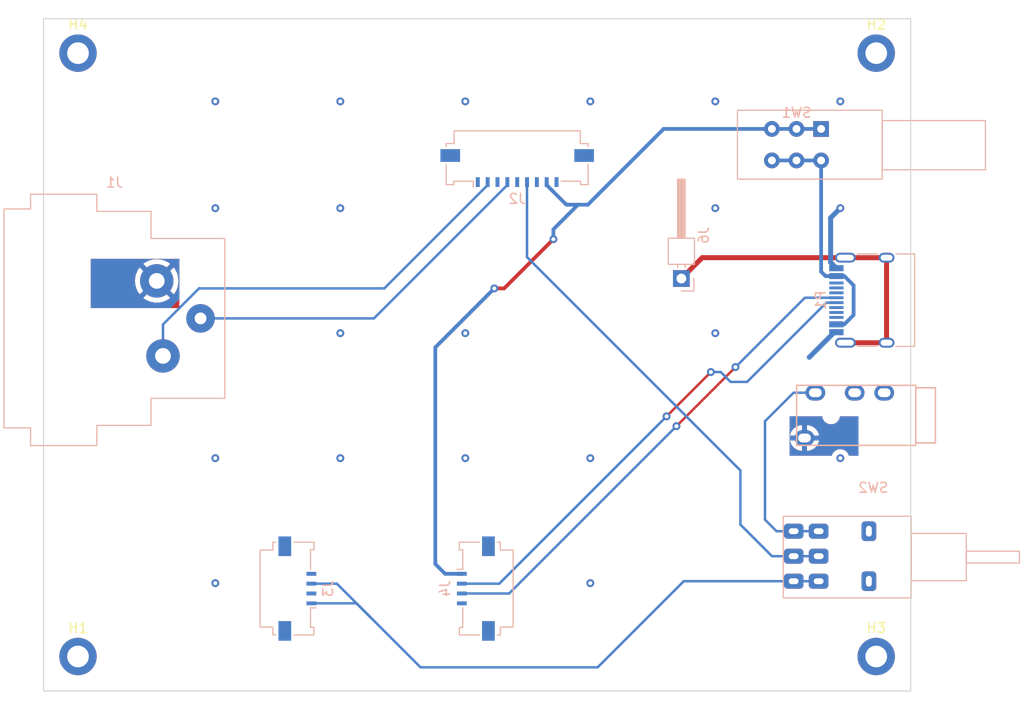
<source format=kicad_pcb>
(kicad_pcb (version 20211014) (generator pcbnew)
  (layers (0 "F.Cu" signal) (31 "B.Cu" signal) (34 "B.Paste" user) (35 "F.Paste" user) (36 "B.SilkS" user "B.Silkscreen") (37 "F.SilkS" user "F.Silkscreen") (38 "B.Mask" user) (39 "F.Mask" user) (44 "Edge.Cuts" user))
  (net 0 "")
  (net 1 "GND")
  (net 2 "Net-(J1-Pad2)")
  (net 3 "Net-(J1-Pad3)")
  (net 4 "Net-(J3-Pad1)")
  (net 5 "Net-(J2-Pad8)")
  (net 6 "Net-(J4-Pad2)")
  (net 7 "Net-(J4-Pad3)")
  (net 8 "Net-(P1-PadA4)")
  (net 11 "Net-(J2-Pad6)")
  (net 12 "Net-(J5-PadT)")
  (net 13 "Shield")
  (footprint "MountingHole:MountingHole_2.2mm_M2_DIN965_Pad_TopBottom" (layer "F.Cu") (at 106.7 115.4)
    (fp_text reference "H1" (at 0 -2.9) (layer "F.SilkS"))
    (fp_text value "MountingHole_Pad")
    (pad "1" thru_hole circle (at 0 0) (size 2.6 2.6) (drill 2.2) (layers *.Cu *.Mask) (net 13 "Shield"))
    (pad "1" connect circle (at 0 0) (size 3.8 3.8) (layers "F.Cu" "F.Mask") (net 13 "Shield"))
    (pad "1" connect circle (at 0 0) (size 3.8 3.8) (layers "B.Cu" "B.Mask") (net 13 "Shield"))
  )
  (footprint "MountingHole:MountingHole_2.2mm_M2_DIN965_Pad_TopBottom" (layer "F.Cu") (at 106.7 54.1)
    (fp_text reference "H4" (at 0 -2.9) (layer "F.SilkS"))
    (fp_text value "MountingHole_Pad")
    (pad "1" connect circle (at 0 0) (size 3.8 3.8) (layers "F.Cu" "F.Mask") (net 13 "Shield"))
    (pad "1" thru_hole circle (at 0 0) (size 2.6 2.6) (drill 2.2) (layers *.Cu *.Mask) (net 13 "Shield"))
    (pad "1" connect circle (at 0 0) (size 3.8 3.8) (layers "B.Cu" "B.Mask") (net 13 "Shield"))
  )
  (footprint "MountingHole:MountingHole_2.2mm_M2_DIN965_Pad_TopBottom" (layer "F.Cu") (at 187.8 54.1)
    (fp_text reference "H2" (at 0 -2.9) (layer "F.SilkS"))
    (fp_text value "MountingHole_Pad")
    (pad "1" connect circle (at 0 0) (size 3.8 3.8) (layers "F.Cu" "F.Mask") (net 13 "Shield"))
    (pad "1" thru_hole circle (at 0 0) (size 2.6 2.6) (drill 2.2) (layers *.Cu *.Mask) (net 13 "Shield"))
    (pad "1" connect circle (at 0 0) (size 3.8 3.8) (layers "B.Cu" "B.Mask") (net 13 "Shield"))
  )
  (footprint "MountingHole:MountingHole_2.2mm_M2_DIN965_Pad_TopBottom" (layer "F.Cu") (at 187.8 115.4)
    (fp_text reference "H3" (at 0 -2.9) (layer "F.SilkS"))
    (fp_text value "MountingHole_Pad")
    (pad "1" connect circle (at 0 0) (size 3.8 3.8) (layers "B.Cu" "B.Mask") (net 13 "Shield"))
    (pad "1" connect circle (at 0 0) (size 3.8 3.8) (layers "F.Cu" "F.Mask") (net 13 "Shield"))
    (pad "1" thru_hole circle (at 0 0) (size 2.6 2.6) (drill 2.2) (layers *.Cu *.Mask) (net 13 "Shield"))
  )
  (footprint "Connector_FFC-FPC:Molex_200528-0040_1x04-1MP_P1.00mm_Horizontal" (layer "B.Cu") (at 129.499995 108.500012 90)
    (fp_text reference "J3" (at 0 2.61 90) (layer "B.SilkS") (effects (justify mirror)))
    (fp_text value "Digital_DataIn")
    (fp_line (start -1.96 0.82) (end -3.94 0.82) (layer "B.SilkS") (width 0.12))
    (fp_line (start 4.71 -3) (end 4.71 -2.7) (layer "B.SilkS") (width 0.12))
    (fp_line (start 3.91 -3) (end 4.71 -3) (layer "B.SilkS") (width 0.12))
    (fp_line (start -4.71 1.17) (end -4.71 -0.88) (layer "B.SilkS") (width 0.12))
    (fp_line (start -4.71 -3) (end -3.91 -3) (layer "B.SilkS") (width 0.12))
    (fp_line (start -1.96 1.41) (end -1.96 0.82) (layer "B.SilkS") (width 0.12))
    (fp_line (start 3.94 1.17) (end 3.94 0.82) (layer "B.SilkS") (width 0.12))
    (fp_line (start 3.94 0.82) (end 1.96 0.82) (layer "B.SilkS") (width 0.12))
    (fp_line (start -3.91 -4.3) (end 3.91 -4.3) (layer "B.SilkS") (width 0.12))
    (fp_line (start 4.71 -0.88) (end 4.71 1.17) (layer "B.SilkS") (width 0.12))
    (fp_line (start 3.91 -4.3) (end 3.91 -3) (layer "B.SilkS") (width 0.12))
    (fp_line (start -3.94 1.17) (end -4.71 1.17) (layer "B.SilkS") (width 0.12))
    (fp_line (start -4.71 -2.7) (end -4.71 -3) (layer "B.SilkS") (width 0.12))
    (fp_line (start 4.71 1.17) (end 3.94 1.17) (layer "B.SilkS") (width 0.12))
    (fp_line (start -3.94 0.82) (end -3.94 1.17) (layer "B.SilkS") (width 0.12))
    (fp_line (start -3.91 -3) (end -3.91 -4.3) (layer "B.SilkS") (width 0.12))
    (pad "1" smd rect (at -1.5 0.91 90) (size 0.4 1) (layers "B.Cu" "B.Paste" "B.Mask") (net 4 "Net-(J3-Pad1)"))
    (pad "2" smd rect (at -0.5 0.91 90) (size 0.4 1) (layers "B.Cu" "B.Paste" "B.Mask") (net 1 "GND"))
    (pad "3" smd rect (at 0.5 0.91 90) (size 0.4 1) (layers "B.Cu" "B.Paste" "B.Mask") (net 4 "Net-(J3-Pad1)"))
    (pad "4" smd rect (at 1.5 0.91 90) (size 0.4 1) (layers "B.Cu" "B.Paste" "B.Mask"))
    (pad "MP" smd rect (at 4.3 -1.79 90) (size 2 1.3) (layers "B.Cu" "B.Paste" "B.Mask"))
    (pad "MP" smd rect (at -4.3 -1.79 90) (size 2 1.3) (layers "B.Cu" "B.Paste" "B.Mask"))
  )
  (footprint "Diomic:TRRS-PJ-320A" (layer "B.Cu") (at 191.8125 90.9 90)
    (fp_text reference "J5")
    (fp_text value "AudioJack2")
    (fp_line (start -3.05 0) (end -3.05 -12.1) (layer "B.SilkS") (width 0.15))
    (fp_line (start 2.8 0) (end 2.8 2) (layer "B.SilkS") (width 0.15))
    (fp_line (start 3.05 0) (end 3.05 -12.1) (layer "B.SilkS") (width 0.15))
    (fp_line (start -2.8 0) (end -2.8 2) (layer "B.SilkS") (width 0.15))
    (fp_line (start 3.05 -12.1) (end -3.05 -12.1) (layer "B.SilkS") (width 0.15))
    (fp_line (start 2.8 2) (end -2.8 2) (layer "B.SilkS") (width 0.15))
    (fp_line (start 3.05 0) (end -3.05 0) (layer "B.SilkS") (width 0.15))
    (pad "" np_thru_hole circle (at 0 -1.6 90) (size 0.8 0.8) (drill 0.8) (layers *.Cu *.Mask))
    (pad "" np_thru_hole circle (at 0 -8.6 90) (size 0.8 0.8) (drill 0.8) (layers *.Cu *.Mask))
    (pad "3" thru_hole oval (at 2.3 -6.2 90) (size 1.6 2) (drill oval 0.9 1.3) (layers *.Cu *.Mask))
    (pad "4" thru_hole oval (at 2.3 -3.2 90) (size 1.6 2) (drill oval 0.9 1.3) (layers *.Cu *.Mask))
    (pad "S" thru_hole oval (at -2.3 -11.3 90) (size 1.6 2) (drill oval 0.9 1.3) (layers *.Cu *.Mask) (net 13 "Shield"))
    (pad "T" thru_hole oval (at 2.3 -10.2 90) (size 1.6 2) (drill oval 0.9 1.3) (layers *.Cu *.Mask) (net 12 "Net-(J5-PadT)"))
  )
  (footprint "Connector_USB:USB_C_Receptacle_HRO_TYPE-C-31-M-12" (layer "B.Cu") (at 187.8 79.2 -90)
    (fp_text reference "P1" (at 0 5.645 90) (layer "B.SilkS") (effects (justify mirror)))
    (fp_text value "USB_C_Plug_USB2.0")
    (fp_line (start 4.7 1.9) (end 4.7 -0.1) (layer "B.SilkS") (width 0.12))
    (fp_line (start -4.7 -2) (end -4.7 -3.9) (layer "B.SilkS") (width 0.12))
    (fp_line (start -4.7 1.9) (end -4.7 -0.1) (layer "B.SilkS") (width 0.12))
    (fp_line (start -4.7 -3.9) (end 4.7 -3.9) (layer "B.SilkS") (width 0.12))
    (fp_line (start 4.7 -2) (end 4.7 -3.9) (layer "B.SilkS") (width 0.12))
    (pad "" np_thru_hole circle (at 2.89 2.6 270) (size 0.65 0.65) (drill 0.65) (layers *.Cu *.Mask))
    (pad "" np_thru_hole circle (at -2.89 2.6 270) (size 0.65 0.65) (drill 0.65) (layers *.Cu *.Mask))
    (pad "A1" smd rect (at -3.25 4.045 270) (size 0.6 1.45) (layers "B.Cu" "B.Paste" "B.Mask") (net 1 "GND"))
    (pad "A4" smd rect (at -2.45 4.045 270) (size 0.6 1.45) (layers "B.Cu" "B.Paste" "B.Mask") (net 8 "Net-(P1-PadA4)"))
    (pad "A5" smd rect (at -1.25 4.045 270) (size 0.3 1.45) (layers "B.Cu" "B.Paste" "B.Mask"))
    (pad "A6" smd rect (at -0.25 4.045 270) (size 0.3 1.45) (layers "B.Cu" "B.Paste" "B.Mask") (net 7 "Net-(J4-Pad3)"))
    (pad "A7" smd rect (at 0.25 4.045 270) (size 0.3 1.45) (layers "B.Cu" "B.Paste" "B.Mask") (net 6 "Net-(J4-Pad2)"))
    (pad "A8" smd rect (at 1.25 4.045 270) (size 0.3 1.45) (layers "B.Cu" "B.Paste" "B.Mask"))
    (pad "A9" smd rect (at 2.45 4.045 270) (size 0.6 1.45) (layers "B.Cu" "B.Paste" "B.Mask") (net 8 "Net-(P1-PadA4)"))
    (pad "A12" smd rect (at 3.25 4.045 270) (size 0.6 1.45) (layers "B.Cu" "B.Paste" "B.Mask") (net 1 "GND"))
    (pad "B1" smd rect (at 3.25 4.045 270) (size 0.6 1.45) (layers "B.Cu" "B.Paste" "B.Mask") (net 1 "GND"))
    (pad "B4" smd rect (at 2.45 4.045 270) (size 0.6 1.45) (layers "B.Cu" "B.Paste" "B.Mask") (net 8 "Net-(P1-PadA4)"))
    (pad "B5" smd rect (at 1.75 4.045 270) (size 0.3 1.45) (layers "B.Cu" "B.Paste" "B.Mask"))
    (pad "B6" smd rect (at 0.75 4.045 270) (size 0.3 1.45) (layers "B.Cu" "B.Paste" "B.Mask"))
    (pad "B7" smd rect (at -0.75 4.045 270) (size 0.3 1.45) (layers "B.Cu" "B.Paste" "B.Mask"))
    (pad "B8" smd rect (at -1.75 4.045 270) (size 0.3 1.45) (layers "B.Cu" "B.Paste" "B.Mask"))
    (pad "B9" smd rect (at -2.45 4.045 270) (size 0.6 1.45) (layers "B.Cu" "B.Paste" "B.Mask") (net 8 "Net-(P1-PadA4)"))
    (pad "B12" smd rect (at -3.25 4.045 270) (size 0.6 1.45) (layers "B.Cu" "B.Paste" "B.Mask") (net 1 "GND"))
    (pad "S1" thru_hole oval (at -4.32 -1.05 270) (size 1 1.6) (drill oval 0.6 1.2) (layers *.Cu *.Mask) (net 13 "Shield"))
    (pad "S1" thru_hole oval (at 4.32 3.13 270) (size 1 2.1) (drill oval 0.6 1.7) (layers *.Cu *.Mask) (net 13 "Shield"))
    (pad "S1" thru_hole oval (at 4.32 -1.05 270) (size 1 1.6) (drill oval 0.6 1.2) (layers *.Cu *.Mask) (net 13 "Shield"))
    (pad "S1" thru_hole oval (at -4.32 3.13 270) (size 1 2.1) (drill oval 0.6 1.7) (layers *.Cu *.Mask) (net 13 "Shield"))
  )
  (footprint "Connector_Audio:Jack_XLR_Neutrik_NC3FBH1_Horizontal" (layer "B.Cu") (at 114.7 77.24 180)
    (fp_text reference "J1" (at 4.3 10) (layer "B.SilkS") (effects (justify mirror)))
    (fp_text value "Capsule")
    (fp_line (start 12.82 -14.93) (end 15.52 -14.93) (layer "B.SilkS") (width 0.12))
    (fp_line (start 6.08 -16.73) (end 6.08 -14.68) (layer "B.SilkS") (width 0.12))
    (fp_line (start 6.08 7.06) (end 6.08 8.81) (layer "B.SilkS") (width 0.12))
    (fp_line (start 12.82 -16.73) (end 6.08 -16.73) (layer "B.SilkS") (width 0.12))
    (fp_line (start 0.58 -11.93) (end 0.58 -14.68) (layer "B.SilkS") (width 0.12))
    (fp_line (start 0.58 4.31) (end -6.92 4.31) (layer "B.SilkS") (width 0.12))
    (fp_line (start 6.08 7.06) (end 0.58 7.06) (layer "B.SilkS") (width 0.12))
    (fp_line (start 12.82 7.31) (end 15.52 7.31) (layer "B.SilkS") (width 0.12))
    (fp_line (start 12.82 8.81) (end 12.82 7.31) (layer "B.SilkS") (width 0.12))
    (fp_line (start -6.92 4.31) (end -6.92 -11.93) (layer "B.SilkS") (width 0.12))
    (fp_line (start 12.82 -14.93) (end 12.82 -16.73) (layer "B.SilkS") (width 0.12))
    (fp_line (start 0.58 -11.93) (end -6.92 -11.93) (layer "B.SilkS") (width 0.12))
    (fp_line (start 0.58 7.06) (end 0.58 4.31) (layer "B.SilkS") (width 0.12))
    (fp_line (start 15.52 7.31) (end 15.52 -14.93) (layer "B.SilkS") (width 0.12))
    (fp_line (start 6.08 -14.68) (end 0.58 -14.68) (layer "B.SilkS") (width 0.12))
    (fp_line (start 12.82 8.81) (end 6.08 8.81) (layer "B.SilkS") (width 0.12))
    (pad "" np_thru_hole circle (at 3.81 -7.62 180) (size 1.6 1.6) (drill 1.6) (layers *.Cu *.Mask))
    (pad "" np_thru_hole circle (at 8.89 0 180) (size 1.6 1.6) (drill 1.6) (layers *.Cu *.Mask))
    (pad "1" thru_hole circle (at 0 0 180) (size 3.4 3.4) (drill 1.6) (layers *.Cu *.Mask) (net 13 "Shield"))
    (pad "2" thru_hole circle (at -0.635 -7.62 180) (size 3.4 3.4) (drill 1.6) (layers *.Cu *.Mask) (net 2 "Net-(J1-Pad2)"))
    (pad "3" thru_hole circle (at -4.45 -3.81 180) (size 2.9 2.9) (drill 1.2) (layers *.Cu *.Mask) (net 3 "Net-(J1-Pad3)"))
  )
  (footprint "Connector_FFC-FPC:Molex_200528-0040_1x04-1MP_P1.00mm_Horizontal" (layer "B.Cu") (at 146.61 108.5 -90)
    (fp_text reference "J4" (at 0 2.61 90) (layer "B.SilkS") (effects (justify mirror)))
    (fp_text value "Digital_DataOut")
    (fp_line (start -1.96 0.82) (end -3.94 0.82) (layer "B.SilkS") (width 0.12))
    (fp_line (start -3.94 1.17) (end -4.71 1.17) (layer "B.SilkS") (width 0.12))
    (fp_line (start 4.71 -3) (end 4.71 -2.7) (layer "B.SilkS") (width 0.12))
    (fp_line (start 3.94 0.82) (end 1.96 0.82) (layer "B.SilkS") (width 0.12))
    (fp_line (start 3.91 -4.3) (end 3.91 -3) (layer "B.SilkS") (width 0.12))
    (fp_line (start -1.96 1.41) (end -1.96 0.82) (layer "B.SilkS") (width 0.12))
    (fp_line (start 4.71 -0.88) (end 4.71 1.17) (layer "B.SilkS") (width 0.12))
    (fp_line (start -4.71 1.17) (end -4.71 -0.88) (layer "B.SilkS") (width 0.12))
    (fp_line (start 3.94 1.17) (end 3.94 0.82) (layer "B.SilkS") (width 0.12))
    (fp_line (start -4.71 -2.7) (end -4.71 -3) (layer "B.SilkS") (width 0.12))
    (fp_line (start -3.94 0.82) (end -3.94 1.17) (layer "B.SilkS") (width 0.12))
    (fp_line (start -3.91 -4.3) (end 3.91 -4.3) (layer "B.SilkS") (width 0.12))
    (fp_line (start 3.91 -3) (end 4.71 -3) (layer "B.SilkS") (width 0.12))
    (fp_line (start 4.71 1.17) (end 3.94 1.17) (layer "B.SilkS") (width 0.12))
    (fp_line (start -4.71 -3) (end -3.91 -3) (layer "B.SilkS") (width 0.12))
    (fp_line (start -3.91 -3) (end -3.91 -4.3) (layer "B.SilkS") (width 0.12))
    (pad "1" smd rect (at -1.5 0.91 270) (size 0.4 1) (layers "B.Cu" "B.Paste" "B.Mask") (net 5 "Net-(J2-Pad8)"))
    (pad "2" smd rect (at -0.5 0.91 270) (size 0.4 1) (layers "B.Cu" "B.Paste" "B.Mask") (net 6 "Net-(J4-Pad2)"))
    (pad "3" smd rect (at 0.5 0.91 270) (size 0.4 1) (layers "B.Cu" "B.Paste" "B.Mask") (net 7 "Net-(J4-Pad3)"))
    (pad "4" smd rect (at 1.5 0.91 270) (size 0.4 1) (layers "B.Cu" "B.Paste" "B.Mask") (net 1 "GND"))
    (pad "MP" smd rect (at -4.3 -1.79 270) (size 2 1.3) (layers "B.Cu" "B.Paste" "B.Mask"))
    (pad "MP" smd rect (at 4.3 -1.79 270) (size 2 1.3) (layers "B.Cu" "B.Paste" "B.Mask"))
  )
  (footprint "Button_Switch_THT:SW_E-Switch_EG1271_DPDT" (layer "B.Cu") (at 182.2 61.8 180)
    (fp_text reference "SW1" (at 2.5 1.65) (layer "B.SilkS") (effects (justify mirror)))
    (fp_text value "SW_DIP_x01")
    (fp_rect (start -6.2 -4.15) (end -16.7 0.85) (layer "B.SilkS") (width 0.12) (fill none))
    (fp_rect (start -6.2 -5.1) (end 8.5 1.9) (layer "B.SilkS") (width 0.12) (fill none))
    (pad "1" thru_hole rect (at 0 0 180) (size 1.6 1.6) (drill 0.8) (layers *.Cu *.Mask) (net 5 "Net-(J2-Pad8)"))
    (pad "1" thru_hole circle (at 2.5 0 180) (size 1.6 1.6) (drill 0.8) (layers *.Cu *.Mask) (net 5 "Net-(J2-Pad8)"))
    (pad "1" thru_hole circle (at 5 0 180) (size 1.6 1.6) (drill 0.8) (layers *.Cu *.Mask) (net 5 "Net-(J2-Pad8)"))
    (pad "2" thru_hole circle (at 0 -3.2 180) (size 1.6 1.6) (drill 0.8) (layers *.Cu *.Mask) (net 8 "Net-(P1-PadA4)"))
    (pad "2" thru_hole circle (at 5 -3.2 180) (size 1.6 1.6) (drill 0.8) (layers *.Cu *.Mask) (net 8 "Net-(P1-PadA4)"))
    (pad "2" thru_hole circle (at 2.5 -3.2 180) (size 1.6 1.6) (drill 0.8) (layers *.Cu *.Mask) (net 8 "Net-(P1-PadA4)"))
  )
  (footprint "Connector_PinHeader_2.54mm:PinHeader_1x01_P2.54mm_Horizontal" (layer "B.Cu") (at 168 77 90)
    (fp_text reference "J6" (at 4.385 2.27 90) (layer "B.SilkS") (effects (justify mirror)))
    (fp_text value "ShieldGround")
    (fp_line (start 4.1 0.38) (end 10.1 0.38) (layer "B.SilkS") (width 0.12))
    (fp_line (start 4.1 0.2) (end 10.1 0.2) (layer "B.SilkS") (width 0.12))
    (fp_line (start 4.1 -1.33) (end 4.1 1.33) (layer "B.SilkS") (width 0.12))
    (fp_line (start 1.11 0.38) (end 1.44 0.38) (layer "B.SilkS") (width 0.12))
    (fp_line (start 4.1 1.33) (end 1.44 1.33) (layer "B.SilkS") (width 0.12))
    (fp_line (start 1.44 -1.33) (end 4.1 -1.33) (layer "B.SilkS") (width 0.12))
    (fp_line (start 1.44 1.33) (end 1.44 -1.33) (layer "B.SilkS") (width 0.12))
    (fp_line (start 4.1 -0.04) (end 10.1 -0.04) (layer "B.SilkS") (width 0.12))
    (fp_line (start -1.27 1.27) (end 0 1.27) (layer "B.SilkS") (width 0.12))
    (fp_line (start 4.1 -0.28) (end 10.1 -0.28) (layer "B.SilkS") (width 0.12))
    (fp_line (start 4.1 0.32) (end 10.1 0.32) (layer "B.SilkS") (width 0.12))
    (fp_line (start -1.27 0) (end -1.27 1.27) (layer "B.SilkS") (width 0.12))
    (fp_line (start 10.1 0.38) (end 10.1 -0.38) (layer "B.SilkS") (width 0.12))
    (fp_line (start 4.1 -0.16) (end 10.1 -0.16) (layer "B.SilkS") (width 0.12))
    (fp_line (start 10.1 -0.38) (end 4.1 -0.38) (layer "B.SilkS") (width 0.12))
    (fp_line (start 1.11 -0.38) (end 1.44 -0.38) (layer "B.SilkS") (width 0.12))
    (fp_line (start 4.1 0.08) (end 10.1 0.08) (layer "B.SilkS") (width 0.12))
    (pad "1" thru_hole rect (at 0 0 90) (size 1.7 1.7) (drill 1) (layers *.Cu *.Mask) (net 13 "Shield"))
  )
  (footprint "Diomic:switch_lever" (layer "B.Cu") (at 184.85 105.3 180)
    (fp_text reference "SW2" (at -2.65 7.05 unlocked) (layer "B.SilkS") (effects (justify mirror)))
    (fp_text value "SW_DPDT_x2")
    (fp_rect (start -6.5 2.4) (end -12.1 -2.4) (layer "B.SilkS") (width 0.12) (fill none))
    (fp_rect (start -12.1 0.6) (end -17.5 -0.6) (layer "B.SilkS") (width 0.12) (fill none))
    (fp_rect (start 6.5 4.15) (end -6.5 -4.15) (layer "B.SilkS") (width 0.12) (fill none))
    (pad "" thru_hole roundrect (at -2.2 2.63 180) (size 1.5 2) (drill oval 0.6 1.1) (layers *.Cu *.Mask))
    (pad "" thru_hole roundrect (at -2.2 -2.45 180) (size 1.5 2) (drill oval 0.6 1.1) (layers *.Cu *.Mask))
    (pad "1" thru_hole roundrect (at 5.44 -2.45 180) (size 2 1.524) (drill oval 1 0.6) (layers *.Cu *.Mask) (net 4 "Net-(J3-Pad1)"))
    (pad "1" thru_hole roundrect (at 2.9 -2.45 180) (size 2 1.524) (drill oval 1 0.6) (layers *.Cu *.Mask) (net 4 "Net-(J3-Pad1)"))
    (pad "2" thru_hole roundrect (at 5.44 0.09 180) (size 2 1.524) (drill oval 1 0.6) (layers *.Cu *.Mask) (net 11 "Net-(J2-Pad6)"))
    (pad "2" thru_hole roundrect (at 2.9 0.09 180) (size 2 1.524) (drill oval 1 0.6) (layers *.Cu *.Mask) (net 11 "Net-(J2-Pad6)"))
    (pad "3" thru_hole roundrect (at 2.9 2.63 180) (size 2 1.524) (drill oval 1 0.6) (layers *.Cu *.Mask) (net 12 "Net-(J5-PadT)"))
    (pad "3" thru_hole roundrect (at 5.44 2.63 180) (size 2 1.524) (drill oval 1 0.6) (layers *.Cu *.Mask) (net 12 "Net-(J5-PadT)"))
  )
  (footprint "Connector_FFC-FPC:Molex_200528-0090_1x09-1MP_P1.00mm_Horizontal" (layer "B.Cu") (at 151.32 66.29)
    (fp_text reference "J2" (at 0 2.61) (layer "B.SilkS") (effects (justify mirror)))
    (fp_text value "AudioAmp")
    (fp_line (start -6.41 -3) (end -6.41 -4.3) (layer "B.SilkS") (width 0.12))
    (fp_line (start 6.44 0.82) (end 4.46 0.82) (layer "B.SilkS") (width 0.12))
    (fp_line (start -6.44 0.82) (end -6.44 1.17) (layer "B.SilkS") (width 0.12))
    (fp_line (start 6.41 -3) (end 7.21 -3) (layer "B.SilkS") (width 0.12))
    (fp_line (start -7.21 1.17) (end -7.21 -0.88) (layer "B.SilkS") (width 0.12))
    (fp_line (start -4.46 1.41) (end -4.46 0.82) (layer "B.SilkS") (width 0.12))
    (fp_line (start -7.21 -2.7) (end -7.21 -3) (layer "B.SilkS") (width 0.12))
    (fp_line (start 7.21 -0.88) (end 7.21 1.17) (layer "B.SilkS") (width 0.12))
    (fp_line (start 7.21 -3) (end 7.21 -2.7) (layer "B.SilkS") (width 0.12))
    (fp_line (start -4.46 0.82) (end -6.44 0.82) (layer "B.SilkS") (width 0.12))
    (fp_line (start -6.44 1.17) (end -7.21 1.17) (layer "B.SilkS") (width 0.12))
    (fp_line (start -7.21 -3) (end -6.41 -3) (layer "B.SilkS") (width 0.12))
    (fp_line (start 6.41 -4.3) (end 6.41 -3) (layer "B.SilkS") (width 0.12))
    (fp_line (start 6.44 1.17) (end 6.44 0.82) (layer "B.SilkS") (width 0.12))
    (fp_line (start 7.21 1.17) (end 6.44 1.17) (layer "B.SilkS") (width 0.12))
    (fp_line (start -6.41 -4.3) (end 6.41 -4.3) (layer "B.SilkS") (width 0.12))
    (pad "1" smd rect (at -4 0.91) (size 0.4 1) (layers "B.Cu" "B.Paste" "B.Mask") (net 1 "GND"))
    (pad "2" smd rect (at -3 0.91) (size 0.4 1) (layers "B.Cu" "B.Paste" "B.Mask") (net 2 "Net-(J1-Pad2)"))
    (pad "3" smd rect (at -2 0.91) (size 0.4 1) (layers "B.Cu" "B.Paste" "B.Mask") (net 1 "GND"))
    (pad "4" smd rect (at -1 0.91) (size 0.4 1) (layers "B.Cu" "B.Paste" "B.Mask") (net 3 "Net-(J1-Pad3)"))
    (pad "5" smd rect (at 0 0.91) (size 0.4 1) (layers "B.Cu" "B.Paste" "B.Mask") (net 1 "GND"))
    (pad "6" smd rect (at 1 0.91) (size 0.4 1) (layers "B.Cu" "B.Paste" "B.Mask") (net 11 "Net-(J2-Pad6)"))
    (pad "7" smd rect (at 2 0.91) (size 0.4 1) (layers "B.Cu" "B.Paste" "B.Mask") (net 1 "GND"))
    (pad "8" smd rect (at 3 0.91) (size 0.4 1) (layers "B.Cu" "B.Paste" "B.Mask") (net 5 "Net-(J2-Pad8)"))
    (pad "9" smd rect (at 4 0.91) (size 0.4 1) (layers "B.Cu" "B.Paste" "B.Mask") (net 1 "GND"))
    (pad "MP" smd rect (at -6.8 -1.79) (size 2 1.3) (layers "B.Cu" "B.Paste" "B.Mask"))
    (pad "MP" smd rect (at 6.8 -1.79) (size 2 1.3) (layers "B.Cu" "B.Paste" "B.Mask"))
  )
  (gr_rect (start 103.2 50.6) (end 191.3 118.9) (layer "Edge.Cuts") (width 0.1) (fill none))
  (via (at 158.75 107.95) (size 0.8) (drill 0.4) (layers "F.Cu" "B.Cu") (net 1))
  (via (at 158.75 59) (size 0.8) (drill 0.4) (layers "F.Cu" "B.Cu") (net 1))
  (via (at 184.15 69.85) (size 0.8) (drill 0.4) (layers "F.Cu" "B.Cu") (net 1))
  (via (at 158.75 95.25) (size 0.8) (drill 0.4) (layers "F.Cu" "B.Cu") (net 1))
  (via (at 120.65 107.95) (size 0.8) (drill 0.4) (layers "F.Cu" "B.Cu") (net 1))
  (via (at 146.05 95.25) (size 0.8) (drill 0.4) (layers "F.Cu" "B.Cu") (net 1))
  (via (at 120.65 59) (size 0.8) (drill 0.4) (layers "F.Cu" "B.Cu") (net 1))
  (via (at 184.15 95.25) (size 0.8) (drill 0.4) (layers "F.Cu" "B.Cu") (net 1))
  (via (at 184.15 59) (size 0.8) (drill 0.4) (layers "F.Cu" "B.Cu") (net 1))
  (via (at 146.05 59) (size 0.8) (drill 0.4) (layers "F.Cu" "B.Cu") (net 1))
  (via (at 133.35 59) (size 0.8) (drill 0.4) (layers "F.Cu" "B.Cu") (net 1))
  (via (at 171.45 69.85) (size 0.8) (drill 0.4) (layers "F.Cu" "B.Cu") (net 1))
  (via (at 133.35 69.85) (size 0.8) (drill 0.4) (layers "F.Cu" "B.Cu") (net 1))
  (via (at 171.45 82.55) (size 0.8) (drill 0.4) (layers "F.Cu" "B.Cu") (net 1))
  (via (at 133.35 95.25) (size 0.8) (drill 0.4) (layers "F.Cu" "B.Cu") (net 1))
  (via (at 171.45 59) (size 0.8) (drill 0.4) (layers "F.Cu" "B.Cu") (net 1))
  (via (at 133.35 82.55) (size 0.8) (drill 0.4) (layers "F.Cu" "B.Cu") (net 1))
  (via (at 146.05 82.55) (size 0.8) (drill 0.4) (layers "F.Cu" "B.Cu") (net 1))
  (via (at 120.65 69.85) (size 0.8) (drill 0.4) (layers "F.Cu" "B.Cu") (net 1))
  (via (at 120.65 95.25) (size 0.8) (drill 0.4) (layers "F.Cu" "B.Cu") (net 1))
  (segment (start 183.16648 70.83352) (end 184.15 69.85) (width 0.508) (layer "B.Cu") (net 1))
  (segment (start 183.16648 75.36148) (end 183.16648 70.83352) (width 0.508) (layer "B.Cu") (net 1))
  (segment (start 183.755 75.95) (end 183.16648 75.36148) (width 0.508) (layer "B.Cu") (net 1))
  (segment (start 183.55 82.45) (end 181 85) (width 0.508) (layer "B.Cu") (net 1))
  (segment (start 183.755 82.45) (end 183.55 82.45) (width 0.508) (layer "B.Cu") (net 1))
  (segment (start 148.32 67.2) (end 148.32 67.5) (width 0.25) (layer "B.Cu") (net 2))
  (segment (start 115.335 81.665) (end 115.335 84.86) (width 0.25) (layer "B.Cu") (net 2))
  (segment (start 119 78) (end 115.335 81.665) (width 0.25) (layer "B.Cu") (net 2))
  (segment (start 148.32 67.5) (end 137.82 78) (width 0.25) (layer "B.Cu") (net 2))
  (segment (start 137.82 78) (end 119 78) (width 0.25) (layer "B.Cu") (net 2))
  (segment (start 150.32 67.2) (end 150.32 67.5) (width 0.25) (layer "B.Cu") (net 3))
  (segment (start 136.77 81.05) (end 119.15 81.05) (width 0.25) (layer "B.Cu") (net 3))
  (segment (start 150.32 67.5) (end 136.77 81.05) (width 0.25) (layer "B.Cu") (net 3))
  (segment (start 135 110) (end 130.41 110) (width 0.25) (layer "B.Cu") (net 4))
  (segment (start 181.95 107.75) (end 179.41 107.75) (width 0.25) (layer "B.Cu") (net 4))
  (segment (start 133 108) (end 130.41 108) (width 0.25) (layer "B.Cu") (net 4))
  (segment (start 136.5 111.5) (end 135 110) (width 0.25) (layer "B.Cu") (net 4))
  (segment (start 168.25 107.75) (end 159.5 116.5) (width 0.25) (layer "B.Cu") (net 4))
  (segment (start 179.41 107.75) (end 168.25 107.75) (width 0.25) (layer "B.Cu") (net 4))
  (segment (start 141.5 116.5) (end 136.5 111.5) (width 0.25) (layer "B.Cu") (net 4))
  (segment (start 159.5 116.5) (end 141.5 116.5) (width 0.25) (layer "B.Cu") (net 4))
  (segment (start 136.5 111.5) (end 133 108) (width 0.25) (layer "B.Cu") (net 4))
  (segment (start 155 73) (end 150 78) (width 0.381) (layer "F.Cu") (net 5))
  (segment (start 150 78) (end 149 78) (width 0.381) (layer "F.Cu") (net 5))
  (via (at 149 78) (size 0.8) (drill 0.4) (layers "F.Cu" "B.Cu") (net 5))
  (via (at 155 73) (size 0.8) (drill 0.4) (layers "F.Cu" "B.Cu") (net 5))
  (segment (start 143 84) (end 143 106) (width 0.381) (layer "B.Cu") (net 5))
  (segment (start 157.5 69.5) (end 155 72) (width 0.381) (layer "B.Cu") (net 5))
  (segment (start 144 107) (end 145.7 107) (width 0.381) (layer "B.Cu") (net 5))
  (segment (start 155 72) (end 155 73) (width 0.381) (layer "B.Cu") (net 5))
  (segment (start 177.2 61.8) (end 166.2 61.8) (width 0.381) (layer "B.Cu") (net 5))
  (segment (start 157.5 69.5) (end 156.32 69.5) (width 0.381) (layer "B.Cu") (net 5))
  (segment (start 182.2 61.8) (end 177.2 61.8) (width 0.381) (layer "B.Cu") (net 5))
  (segment (start 149 78) (end 143 84) (width 0.381) (layer "B.Cu") (net 5))
  (segment (start 143 106) (end 144 107) (width 0.381) (layer "B.Cu") (net 5))
  (segment (start 154.32 67.5) (end 154.32 67.2) (width 0.381) (layer "B.Cu") (net 5))
  (segment (start 166.2 61.8) (end 158.5 69.5) (width 0.381) (layer "B.Cu") (net 5))
  (segment (start 158.5 69.5) (end 157.5 69.5) (width 0.381) (layer "B.Cu") (net 5))
  (segment (start 156.32 69.5) (end 154.32 67.5) (width 0.381) (layer "B.Cu") (net 5))
  (segment (start 171 86.5) (end 166.5 91) (width 0.25) (layer "F.Cu") (net 6))
  (via (at 166.5 91) (size 0.8) (drill 0.4) (layers "F.Cu" "B.Cu") (net 6))
  (via (at 171 86.5) (size 0.8) (drill 0.4) (layers "F.Cu" "B.Cu") (net 6))
  (segment (start 182.730978 79.45) (end 174.680978 87.5) (width 0.25) (layer "B.Cu") (net 6))
  (segment (start 166.5 91) (end 149.5 108) (width 0.25) (layer "B.Cu") (net 6))
  (segment (start 174.680978 87.5) (end 173 87.5) (width 0.25) (layer "B.Cu") (net 6))
  (segment (start 183.755 79.45) (end 182.730978 79.45) (width 0.25) (layer "B.Cu") (net 6))
  (segment (start 149.5 108) (end 145.7 108) (width 0.25) (layer "B.Cu") (net 6))
  (segment (start 173 87.5) (end 172 86.5) (width 0.25) (layer "B.Cu") (net 6))
  (segment (start 172 86.5) (end 171 86.5) (width 0.25) (layer "B.Cu") (net 6))
  (segment (start 173.5 86) (end 167.5 92) (width 0.25) (layer "F.Cu") (net 7))
  (via (at 173.5 86) (size 0.8) (drill 0.4) (layers "F.Cu" "B.Cu") (net 7))
  (via (at 167.5 92) (size 0.8) (drill 0.4) (layers "F.Cu" "B.Cu") (net 7))
  (segment (start 180.55 78.95) (end 183.755 78.95) (width 0.25) (layer "B.Cu") (net 7))
  (segment (start 150.5 109) (end 145.7 109) (width 0.25) (layer "B.Cu") (net 7))
  (segment (start 173.5 86) (end 180.55 78.95) (width 0.25) (layer "B.Cu") (net 7))
  (segment (start 145.4 109) (end 145.7 109) (width 0.25) (layer "B.Cu") (net 7))
  (segment (start 167.5 92) (end 150.5 109) (width 0.25) (layer "B.Cu") (net 7))
  (segment (start 182.649 76.75) (end 182.2 76.301) (width 0.381) (layer "B.Cu") (net 8))
  (segment (start 182.2 65) (end 177.2 65) (width 0.381) (layer "B.Cu") (net 8))
  (segment (start 185.5 77.691904) (end 184.558096 76.75) (width 0.381) (layer "B.Cu") (net 8))
  (segment (start 183.755 81.65) (end 184.558096 81.65) (width 0.381) (layer "B.Cu") (net 8))
  (segment (start 184.558096 76.75) (end 183.755 76.75) (width 0.381) (layer "B.Cu") (net 8))
  (segment (start 183.755 76.75) (end 182.649 76.75) (width 0.381) (layer "B.Cu") (net 8))
  (segment (start 184.558096 81.65) (end 185.5 80.708096) (width 0.381) (layer "B.Cu") (net 8))
  (segment (start 185.5 80.708096) (end 185.5 77.691904) (width 0.381) (layer "B.Cu") (net 8))
  (segment (start 182.2 76.301) (end 182.2 65) (width 0.381) (layer "B.Cu") (net 8))
  (segment (start 177.21 105.21) (end 181.95 105.21) (width 0.25) (layer "B.Cu") (net 11))
  (segment (start 174 96.5) (end 174 102) (width 0.25) (layer "B.Cu") (net 11))
  (segment (start 174 102) (end 177.21 105.21) (width 0.25) (layer "B.Cu") (net 11))
  (segment (start 152.32 67.2) (end 152.32 74.82) (width 0.25) (layer "B.Cu") (net 11))
  (segment (start 152.32 74.82) (end 174 96.5) (width 0.25) (layer "B.Cu") (net 11))
  (segment (start 176.5 91.5) (end 179.4 88.6) (width 0.25) (layer "B.Cu") (net 12))
  (segment (start 177.67 102.67) (end 176.5 101.5) (width 0.25) (layer "B.Cu") (net 12))
  (segment (start 181.95 102.67) (end 179.41 102.67) (width 0.25) (layer "B.Cu") (net 12))
  (segment (start 176.5 101.5) (end 176.5 91.5) (width 0.25) (layer "B.Cu") (net 12))
  (segment (start 179.41 102.67) (end 177.67 102.67) (width 0.25) (layer "B.Cu") (net 12))
  (segment (start 179.4 88.6) (end 181.6125 88.6) (width 0.25) (layer "B.Cu") (net 12))
  (segment (start 184.67 74.88) (end 170.12 74.88) (width 0.508) (layer "F.Cu") (net 13))
  (segment (start 188.85 83.52) (end 184.67 83.52) (width 0.508) (layer "F.Cu") (net 13))
  (segment (start 188.85 74.88) (end 184.67 74.88) (width 0.508) (layer "F.Cu") (net 13))
  (segment (start 170.12 74.88) (end 168 77) (width 0.508) (layer "F.Cu") (net 13))
  (segment (start 188.85 74.88) (end 188.85 83.52) (width 0.508) (layer "F.Cu") (net 13))
  (zone (net 13) (net_name "Shield") (layers F&B.Cu) (priority 2) (connect_pads (clearance 0.508)) (min_thickness 0.254) (fill yes (thermal_gap 0.508) (thermal_bridge_width 0.508))
    (polygon (pts (xy 186 95) (xy 179 95) (xy 179 91) (xy 186 91)))
  )
  (zone (net 13) (net_name "Shield") (layers F&B.Cu) (priority 2) (connect_pads (clearance 0.508)) (min_thickness 0.254) (fill yes (thermal_gap 0.508) (thermal_bridge_width 0.508))
    (polygon (pts (xy 117 80) (xy 108 80) (xy 108 75) (xy 117 75)))
  )
)
</source>
